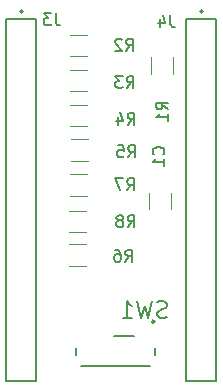
<source format=gbo>
%TF.GenerationSoftware,KiCad,Pcbnew,7.0.8*%
%TF.CreationDate,2023-11-29T12:22:39+00:00*%
%TF.ProjectId,ZX Interface 1 ROM 39SF010,5a582049-6e74-4657-9266-616365203120,rev?*%
%TF.SameCoordinates,Original*%
%TF.FileFunction,Legend,Bot*%
%TF.FilePolarity,Positive*%
%FSLAX46Y46*%
G04 Gerber Fmt 4.6, Leading zero omitted, Abs format (unit mm)*
G04 Created by KiCad (PCBNEW 7.0.8) date 2023-11-29 12:22:39*
%MOMM*%
%LPD*%
G01*
G04 APERTURE LIST*
%ADD10C,0.150000*%
%ADD11C,0.127000*%
%ADD12C,0.250000*%
%ADD13C,0.120000*%
%ADD14C,0.200000*%
G04 APERTURE END LIST*
D10*
X163067766Y-128732075D02*
X162867766Y-128798741D01*
X162867766Y-128798741D02*
X162534433Y-128798741D01*
X162534433Y-128798741D02*
X162401099Y-128732075D01*
X162401099Y-128732075D02*
X162334433Y-128665408D01*
X162334433Y-128665408D02*
X162267766Y-128532075D01*
X162267766Y-128532075D02*
X162267766Y-128398741D01*
X162267766Y-128398741D02*
X162334433Y-128265408D01*
X162334433Y-128265408D02*
X162401099Y-128198741D01*
X162401099Y-128198741D02*
X162534433Y-128132075D01*
X162534433Y-128132075D02*
X162801099Y-128065408D01*
X162801099Y-128065408D02*
X162934433Y-127998741D01*
X162934433Y-127998741D02*
X163001099Y-127932075D01*
X163001099Y-127932075D02*
X163067766Y-127798741D01*
X163067766Y-127798741D02*
X163067766Y-127665408D01*
X163067766Y-127665408D02*
X163001099Y-127532075D01*
X163001099Y-127532075D02*
X162934433Y-127465408D01*
X162934433Y-127465408D02*
X162801099Y-127398741D01*
X162801099Y-127398741D02*
X162467766Y-127398741D01*
X162467766Y-127398741D02*
X162267766Y-127465408D01*
X161801100Y-127398741D02*
X161467766Y-128798741D01*
X161467766Y-128798741D02*
X161201100Y-127798741D01*
X161201100Y-127798741D02*
X160934433Y-128798741D01*
X160934433Y-128798741D02*
X160601100Y-127398741D01*
X159334433Y-128798741D02*
X160134433Y-128798741D01*
X159734433Y-128798741D02*
X159734433Y-127398741D01*
X159734433Y-127398741D02*
X159867766Y-127598741D01*
X159867766Y-127598741D02*
X160001100Y-127732075D01*
X160001100Y-127732075D02*
X160134433Y-127798741D01*
X159818416Y-115199319D02*
X160151749Y-114723128D01*
X160389844Y-115199319D02*
X160389844Y-114199319D01*
X160389844Y-114199319D02*
X160008892Y-114199319D01*
X160008892Y-114199319D02*
X159913654Y-114246938D01*
X159913654Y-114246938D02*
X159866035Y-114294557D01*
X159866035Y-114294557D02*
X159818416Y-114389795D01*
X159818416Y-114389795D02*
X159818416Y-114532652D01*
X159818416Y-114532652D02*
X159866035Y-114627890D01*
X159866035Y-114627890D02*
X159913654Y-114675509D01*
X159913654Y-114675509D02*
X160008892Y-114723128D01*
X160008892Y-114723128D02*
X160389844Y-114723128D01*
X158913654Y-114199319D02*
X159389844Y-114199319D01*
X159389844Y-114199319D02*
X159437463Y-114675509D01*
X159437463Y-114675509D02*
X159389844Y-114627890D01*
X159389844Y-114627890D02*
X159294606Y-114580271D01*
X159294606Y-114580271D02*
X159056511Y-114580271D01*
X159056511Y-114580271D02*
X158961273Y-114627890D01*
X158961273Y-114627890D02*
X158913654Y-114675509D01*
X158913654Y-114675509D02*
X158866035Y-114770747D01*
X158866035Y-114770747D02*
X158866035Y-115008842D01*
X158866035Y-115008842D02*
X158913654Y-115104080D01*
X158913654Y-115104080D02*
X158961273Y-115151700D01*
X158961273Y-115151700D02*
X159056511Y-115199319D01*
X159056511Y-115199319D02*
X159294606Y-115199319D01*
X159294606Y-115199319D02*
X159389844Y-115151700D01*
X159389844Y-115151700D02*
X159437463Y-115104080D01*
X159583991Y-124041669D02*
X159917324Y-123565478D01*
X160155419Y-124041669D02*
X160155419Y-123041669D01*
X160155419Y-123041669D02*
X159774467Y-123041669D01*
X159774467Y-123041669D02*
X159679229Y-123089288D01*
X159679229Y-123089288D02*
X159631610Y-123136907D01*
X159631610Y-123136907D02*
X159583991Y-123232145D01*
X159583991Y-123232145D02*
X159583991Y-123375002D01*
X159583991Y-123375002D02*
X159631610Y-123470240D01*
X159631610Y-123470240D02*
X159679229Y-123517859D01*
X159679229Y-123517859D02*
X159774467Y-123565478D01*
X159774467Y-123565478D02*
X160155419Y-123565478D01*
X158726848Y-123041669D02*
X158917324Y-123041669D01*
X158917324Y-123041669D02*
X159012562Y-123089288D01*
X159012562Y-123089288D02*
X159060181Y-123136907D01*
X159060181Y-123136907D02*
X159155419Y-123279764D01*
X159155419Y-123279764D02*
X159203038Y-123470240D01*
X159203038Y-123470240D02*
X159203038Y-123851192D01*
X159203038Y-123851192D02*
X159155419Y-123946430D01*
X159155419Y-123946430D02*
X159107800Y-123994050D01*
X159107800Y-123994050D02*
X159012562Y-124041669D01*
X159012562Y-124041669D02*
X158822086Y-124041669D01*
X158822086Y-124041669D02*
X158726848Y-123994050D01*
X158726848Y-123994050D02*
X158679229Y-123946430D01*
X158679229Y-123946430D02*
X158631610Y-123851192D01*
X158631610Y-123851192D02*
X158631610Y-123613097D01*
X158631610Y-123613097D02*
X158679229Y-123517859D01*
X158679229Y-123517859D02*
X158726848Y-123470240D01*
X158726848Y-123470240D02*
X158822086Y-123422621D01*
X158822086Y-123422621D02*
X159012562Y-123422621D01*
X159012562Y-123422621D02*
X159107800Y-123470240D01*
X159107800Y-123470240D02*
X159155419Y-123517859D01*
X159155419Y-123517859D02*
X159203038Y-123613097D01*
X159647541Y-106169569D02*
X159980874Y-105693378D01*
X160218969Y-106169569D02*
X160218969Y-105169569D01*
X160218969Y-105169569D02*
X159838017Y-105169569D01*
X159838017Y-105169569D02*
X159742779Y-105217188D01*
X159742779Y-105217188D02*
X159695160Y-105264807D01*
X159695160Y-105264807D02*
X159647541Y-105360045D01*
X159647541Y-105360045D02*
X159647541Y-105502902D01*
X159647541Y-105502902D02*
X159695160Y-105598140D01*
X159695160Y-105598140D02*
X159742779Y-105645759D01*
X159742779Y-105645759D02*
X159838017Y-105693378D01*
X159838017Y-105693378D02*
X160218969Y-105693378D01*
X159266588Y-105264807D02*
X159218969Y-105217188D01*
X159218969Y-105217188D02*
X159123731Y-105169569D01*
X159123731Y-105169569D02*
X158885636Y-105169569D01*
X158885636Y-105169569D02*
X158790398Y-105217188D01*
X158790398Y-105217188D02*
X158742779Y-105264807D01*
X158742779Y-105264807D02*
X158695160Y-105360045D01*
X158695160Y-105360045D02*
X158695160Y-105455283D01*
X158695160Y-105455283D02*
X158742779Y-105598140D01*
X158742779Y-105598140D02*
X159314207Y-106169569D01*
X159314207Y-106169569D02*
X158695160Y-106169569D01*
X163394983Y-103178894D02*
X163394983Y-103893179D01*
X163394983Y-103893179D02*
X163442602Y-104036036D01*
X163442602Y-104036036D02*
X163537840Y-104131275D01*
X163537840Y-104131275D02*
X163680697Y-104178894D01*
X163680697Y-104178894D02*
X163775935Y-104178894D01*
X162490221Y-103512227D02*
X162490221Y-104178894D01*
X162728316Y-103131275D02*
X162966411Y-103845560D01*
X162966411Y-103845560D02*
X162347364Y-103845560D01*
X159685641Y-109338269D02*
X160018974Y-108862078D01*
X160257069Y-109338269D02*
X160257069Y-108338269D01*
X160257069Y-108338269D02*
X159876117Y-108338269D01*
X159876117Y-108338269D02*
X159780879Y-108385888D01*
X159780879Y-108385888D02*
X159733260Y-108433507D01*
X159733260Y-108433507D02*
X159685641Y-108528745D01*
X159685641Y-108528745D02*
X159685641Y-108671602D01*
X159685641Y-108671602D02*
X159733260Y-108766840D01*
X159733260Y-108766840D02*
X159780879Y-108814459D01*
X159780879Y-108814459D02*
X159876117Y-108862078D01*
X159876117Y-108862078D02*
X160257069Y-108862078D01*
X159352307Y-108338269D02*
X158733260Y-108338269D01*
X158733260Y-108338269D02*
X159066593Y-108719221D01*
X159066593Y-108719221D02*
X158923736Y-108719221D01*
X158923736Y-108719221D02*
X158828498Y-108766840D01*
X158828498Y-108766840D02*
X158780879Y-108814459D01*
X158780879Y-108814459D02*
X158733260Y-108909697D01*
X158733260Y-108909697D02*
X158733260Y-109147792D01*
X158733260Y-109147792D02*
X158780879Y-109243030D01*
X158780879Y-109243030D02*
X158828498Y-109290650D01*
X158828498Y-109290650D02*
X158923736Y-109338269D01*
X158923736Y-109338269D02*
X159209450Y-109338269D01*
X159209450Y-109338269D02*
X159304688Y-109290650D01*
X159304688Y-109290650D02*
X159352307Y-109243030D01*
X159730116Y-117996444D02*
X160063449Y-117520253D01*
X160301544Y-117996444D02*
X160301544Y-116996444D01*
X160301544Y-116996444D02*
X159920592Y-116996444D01*
X159920592Y-116996444D02*
X159825354Y-117044063D01*
X159825354Y-117044063D02*
X159777735Y-117091682D01*
X159777735Y-117091682D02*
X159730116Y-117186920D01*
X159730116Y-117186920D02*
X159730116Y-117329777D01*
X159730116Y-117329777D02*
X159777735Y-117425015D01*
X159777735Y-117425015D02*
X159825354Y-117472634D01*
X159825354Y-117472634D02*
X159920592Y-117520253D01*
X159920592Y-117520253D02*
X160301544Y-117520253D01*
X159396782Y-116996444D02*
X158730116Y-116996444D01*
X158730116Y-116996444D02*
X159158687Y-117996444D01*
X163179594Y-111142158D02*
X162703403Y-110808825D01*
X163179594Y-110570730D02*
X162179594Y-110570730D01*
X162179594Y-110570730D02*
X162179594Y-110951682D01*
X162179594Y-110951682D02*
X162227213Y-111046920D01*
X162227213Y-111046920D02*
X162274832Y-111094539D01*
X162274832Y-111094539D02*
X162370070Y-111142158D01*
X162370070Y-111142158D02*
X162512927Y-111142158D01*
X162512927Y-111142158D02*
X162608165Y-111094539D01*
X162608165Y-111094539D02*
X162655784Y-111046920D01*
X162655784Y-111046920D02*
X162703403Y-110951682D01*
X162703403Y-110951682D02*
X162703403Y-110570730D01*
X163179594Y-112094539D02*
X163179594Y-111523111D01*
X163179594Y-111808825D02*
X162179594Y-111808825D01*
X162179594Y-111808825D02*
X162322451Y-111713587D01*
X162322451Y-111713587D02*
X162417689Y-111618349D01*
X162417689Y-111618349D02*
X162465308Y-111523111D01*
X153673133Y-103013794D02*
X153673133Y-103728079D01*
X153673133Y-103728079D02*
X153720752Y-103870936D01*
X153720752Y-103870936D02*
X153815990Y-103966175D01*
X153815990Y-103966175D02*
X153958847Y-104013794D01*
X153958847Y-104013794D02*
X154054085Y-104013794D01*
X153292180Y-103013794D02*
X152673133Y-103013794D01*
X152673133Y-103013794D02*
X153006466Y-103394746D01*
X153006466Y-103394746D02*
X152863609Y-103394746D01*
X152863609Y-103394746D02*
X152768371Y-103442365D01*
X152768371Y-103442365D02*
X152720752Y-103489984D01*
X152720752Y-103489984D02*
X152673133Y-103585222D01*
X152673133Y-103585222D02*
X152673133Y-103823317D01*
X152673133Y-103823317D02*
X152720752Y-103918555D01*
X152720752Y-103918555D02*
X152768371Y-103966175D01*
X152768371Y-103966175D02*
X152863609Y-104013794D01*
X152863609Y-104013794D02*
X153149323Y-104013794D01*
X153149323Y-104013794D02*
X153244561Y-103966175D01*
X153244561Y-103966175D02*
X153292180Y-103918555D01*
X162779880Y-114965183D02*
X162827500Y-114917564D01*
X162827500Y-114917564D02*
X162875119Y-114774707D01*
X162875119Y-114774707D02*
X162875119Y-114679469D01*
X162875119Y-114679469D02*
X162827500Y-114536612D01*
X162827500Y-114536612D02*
X162732261Y-114441374D01*
X162732261Y-114441374D02*
X162637023Y-114393755D01*
X162637023Y-114393755D02*
X162446547Y-114346136D01*
X162446547Y-114346136D02*
X162303690Y-114346136D01*
X162303690Y-114346136D02*
X162113214Y-114393755D01*
X162113214Y-114393755D02*
X162017976Y-114441374D01*
X162017976Y-114441374D02*
X161922738Y-114536612D01*
X161922738Y-114536612D02*
X161875119Y-114679469D01*
X161875119Y-114679469D02*
X161875119Y-114774707D01*
X161875119Y-114774707D02*
X161922738Y-114917564D01*
X161922738Y-114917564D02*
X161970357Y-114965183D01*
X162875119Y-115917564D02*
X162875119Y-115346136D01*
X162875119Y-115631850D02*
X161875119Y-115631850D01*
X161875119Y-115631850D02*
X162017976Y-115536612D01*
X162017976Y-115536612D02*
X162113214Y-115441374D01*
X162113214Y-115441374D02*
X162160833Y-115346136D01*
X159771966Y-121114369D02*
X160105299Y-120638178D01*
X160343394Y-121114369D02*
X160343394Y-120114369D01*
X160343394Y-120114369D02*
X159962442Y-120114369D01*
X159962442Y-120114369D02*
X159867204Y-120161988D01*
X159867204Y-120161988D02*
X159819585Y-120209607D01*
X159819585Y-120209607D02*
X159771966Y-120304845D01*
X159771966Y-120304845D02*
X159771966Y-120447702D01*
X159771966Y-120447702D02*
X159819585Y-120542940D01*
X159819585Y-120542940D02*
X159867204Y-120590559D01*
X159867204Y-120590559D02*
X159962442Y-120638178D01*
X159962442Y-120638178D02*
X160343394Y-120638178D01*
X159200537Y-120542940D02*
X159295775Y-120495321D01*
X159295775Y-120495321D02*
X159343394Y-120447702D01*
X159343394Y-120447702D02*
X159391013Y-120352464D01*
X159391013Y-120352464D02*
X159391013Y-120304845D01*
X159391013Y-120304845D02*
X159343394Y-120209607D01*
X159343394Y-120209607D02*
X159295775Y-120161988D01*
X159295775Y-120161988D02*
X159200537Y-120114369D01*
X159200537Y-120114369D02*
X159010061Y-120114369D01*
X159010061Y-120114369D02*
X158914823Y-120161988D01*
X158914823Y-120161988D02*
X158867204Y-120209607D01*
X158867204Y-120209607D02*
X158819585Y-120304845D01*
X158819585Y-120304845D02*
X158819585Y-120352464D01*
X158819585Y-120352464D02*
X158867204Y-120447702D01*
X158867204Y-120447702D02*
X158914823Y-120495321D01*
X158914823Y-120495321D02*
X159010061Y-120542940D01*
X159010061Y-120542940D02*
X159200537Y-120542940D01*
X159200537Y-120542940D02*
X159295775Y-120590559D01*
X159295775Y-120590559D02*
X159343394Y-120638178D01*
X159343394Y-120638178D02*
X159391013Y-120733416D01*
X159391013Y-120733416D02*
X159391013Y-120923892D01*
X159391013Y-120923892D02*
X159343394Y-121019130D01*
X159343394Y-121019130D02*
X159295775Y-121066750D01*
X159295775Y-121066750D02*
X159200537Y-121114369D01*
X159200537Y-121114369D02*
X159010061Y-121114369D01*
X159010061Y-121114369D02*
X158914823Y-121066750D01*
X158914823Y-121066750D02*
X158867204Y-121019130D01*
X158867204Y-121019130D02*
X158819585Y-120923892D01*
X158819585Y-120923892D02*
X158819585Y-120733416D01*
X158819585Y-120733416D02*
X158867204Y-120638178D01*
X158867204Y-120638178D02*
X158914823Y-120590559D01*
X158914823Y-120590559D02*
X159010061Y-120542940D01*
X159771316Y-112440269D02*
X160104649Y-111964078D01*
X160342744Y-112440269D02*
X160342744Y-111440269D01*
X160342744Y-111440269D02*
X159961792Y-111440269D01*
X159961792Y-111440269D02*
X159866554Y-111487888D01*
X159866554Y-111487888D02*
X159818935Y-111535507D01*
X159818935Y-111535507D02*
X159771316Y-111630745D01*
X159771316Y-111630745D02*
X159771316Y-111773602D01*
X159771316Y-111773602D02*
X159818935Y-111868840D01*
X159818935Y-111868840D02*
X159866554Y-111916459D01*
X159866554Y-111916459D02*
X159961792Y-111964078D01*
X159961792Y-111964078D02*
X160342744Y-111964078D01*
X158914173Y-111773602D02*
X158914173Y-112440269D01*
X159152268Y-111392650D02*
X159390363Y-112106935D01*
X159390363Y-112106935D02*
X158771316Y-112106935D01*
D11*
%TO.C,SW1*%
X162081000Y-131910100D02*
X162081000Y-131310100D01*
X161631000Y-132910100D02*
X155831000Y-132910100D01*
X160331000Y-130310100D02*
X158631000Y-130310100D01*
X155381000Y-131310100D02*
X155381000Y-131910100D01*
D12*
X162031000Y-129110100D02*
G75*
G03*
X162031000Y-129110100I-100000J0D01*
G01*
D13*
%TO.C,R5*%
X156384664Y-115502100D02*
X154930536Y-115502100D01*
X156384664Y-113682100D02*
X154930536Y-113682100D01*
%TO.C,R6*%
X156267164Y-124401600D02*
X154813036Y-124401600D01*
X156267164Y-122581600D02*
X154813036Y-122581600D01*
%TO.C,R2*%
X156305264Y-106631100D02*
X154851136Y-106631100D01*
X156305264Y-104811100D02*
X154851136Y-104811100D01*
D14*
%TO.C,J4*%
X167290200Y-103501400D02*
X164750200Y-103501400D01*
X167290200Y-134185400D02*
X167290200Y-103501400D01*
X164750200Y-134185400D02*
X164750200Y-103501400D01*
X164750200Y-134185400D02*
X167290200Y-134185400D01*
X166120200Y-102851400D02*
G75*
G03*
X166120200Y-102851400I-100000J0D01*
G01*
D13*
%TO.C,R3*%
X156343364Y-109599800D02*
X154889236Y-109599800D01*
X156343364Y-107779800D02*
X154889236Y-107779800D01*
%TO.C,R7*%
X156343364Y-118458000D02*
X154889236Y-118458000D01*
X156343364Y-116638000D02*
X154889236Y-116638000D01*
%TO.C,R1*%
X163577600Y-106711436D02*
X163577600Y-108165564D01*
X161757600Y-106711436D02*
X161757600Y-108165564D01*
D14*
%TO.C,J3*%
X152050200Y-103501400D02*
X149510200Y-103501400D01*
X152050200Y-134185400D02*
X152050200Y-103501400D01*
X149510200Y-134185400D02*
X149510200Y-103501400D01*
X149510200Y-134185400D02*
X152050200Y-134185400D01*
X150880200Y-102851400D02*
G75*
G03*
X150880200Y-102851400I-100000J0D01*
G01*
D13*
%TO.C,C1*%
X163403300Y-118189348D02*
X163403300Y-119611852D01*
X161583300Y-118189348D02*
X161583300Y-119611852D01*
%TO.C,R8*%
X156267164Y-121547300D02*
X154813036Y-121547300D01*
X156267164Y-119727300D02*
X154813036Y-119727300D01*
%TO.C,R4*%
X156343364Y-112571600D02*
X154889236Y-112571600D01*
X156343364Y-110751600D02*
X154889236Y-110751600D01*
%TD*%
M02*

</source>
